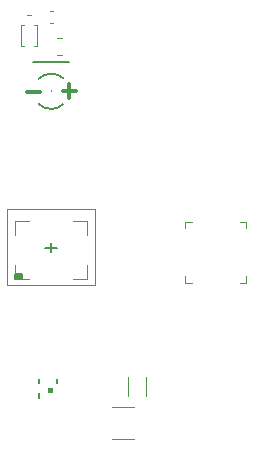
<source format=gbr>
G04 #@! TF.GenerationSoftware,KiCad,Pcbnew,(5.1.6)-1*
G04 #@! TF.CreationDate,2020-11-17T19:43:21-08:00*
G04 #@! TF.ProjectId,Miniscope-v4-Rigid-Flex,4d696e69-7363-46f7-9065-2d76342d5269,rev?*
G04 #@! TF.SameCoordinates,Original*
G04 #@! TF.FileFunction,Legend,Bot*
G04 #@! TF.FilePolarity,Positive*
%FSLAX46Y46*%
G04 Gerber Fmt 4.6, Leading zero omitted, Abs format (unit mm)*
G04 Created by KiCad (PCBNEW (5.1.6)-1) date 2020-11-17 19:43:21*
%MOMM*%
%LPD*%
G01*
G04 APERTURE LIST*
%ADD10C,0.203200*%
%ADD11C,0.300000*%
%ADD12C,0.120000*%
%ADD13C,0.150000*%
%ADD14C,0.100000*%
G04 APERTURE END LIST*
D10*
X102689340Y-98939340D02*
G75*
G02*
X104810660Y-98939340I1060660J-1060660D01*
G01*
X104810660Y-101060660D02*
G75*
G02*
X102689340Y-101060660I-1060660J1060660D01*
G01*
D11*
X102802628Y-100021542D02*
X101659771Y-100021542D01*
X105850628Y-99974742D02*
X104707771Y-99974742D01*
X105279200Y-100546171D02*
X105279200Y-99403314D01*
D12*
X107484400Y-116430800D02*
X99984400Y-116430800D01*
X99984400Y-109930800D02*
X107484400Y-109930800D01*
X99984400Y-116430800D02*
X99984400Y-109930800D01*
X107484400Y-109930800D02*
X107484400Y-116430800D01*
D10*
X102250000Y-97500000D02*
X105250000Y-97500000D01*
D13*
X103770000Y-99945000D02*
G75*
G03*
X103770000Y-99945000I-20000J0D01*
G01*
D14*
X110795200Y-126711600D02*
X108915200Y-126711600D01*
X110795200Y-129411600D02*
X108915200Y-129411600D01*
X111808600Y-125785600D02*
X111808600Y-124225600D01*
X110238600Y-125785600D02*
X110238600Y-124225600D01*
G36*
X103475800Y-125131000D02*
G01*
X103775800Y-125131000D01*
X103775800Y-125431000D01*
X103475800Y-125431000D01*
X103475800Y-125131000D01*
G37*
X103475800Y-125131000D02*
X103775800Y-125131000D01*
X103775800Y-125431000D01*
X103475800Y-125431000D01*
X103475800Y-125131000D01*
D13*
X104275800Y-124331000D02*
X104275800Y-124731000D01*
X102675800Y-124731000D02*
X102675800Y-124331000D01*
X102675800Y-125931000D02*
X102675800Y-125531000D01*
D12*
X100664400Y-114665800D02*
X100664400Y-115900800D01*
X100664400Y-115900800D02*
X101899400Y-115900800D01*
X100664400Y-112195800D02*
X100664400Y-110960800D01*
X100664400Y-110960800D02*
X101899400Y-110960800D01*
X106804400Y-112195800D02*
X106804400Y-110960800D01*
X106804400Y-110960800D02*
X105569400Y-110960800D01*
X106804400Y-114665800D02*
X106804400Y-115900800D01*
X106804400Y-115900800D02*
X105569400Y-115900800D01*
D13*
X103234400Y-113255800D02*
X104234400Y-113255800D01*
X103734400Y-112830800D02*
X103734400Y-113630800D01*
G36*
X100684400Y-115880800D02*
G01*
X101234400Y-115880800D01*
X101234400Y-115430800D01*
X100684400Y-115430800D01*
X100684400Y-115880800D01*
G37*
X100684400Y-115880800D02*
X101234400Y-115880800D01*
X101234400Y-115430800D01*
X100684400Y-115430800D01*
X100684400Y-115880800D01*
D14*
X115104800Y-115657800D02*
X115104800Y-116207800D01*
X115104800Y-116207800D02*
X115654800Y-116207800D01*
X115104800Y-111597800D02*
X115104800Y-111047800D01*
X115104800Y-111047800D02*
X115654800Y-111047800D01*
X120264800Y-111597800D02*
X120264800Y-111047800D01*
X120264800Y-111047800D02*
X119714800Y-111047800D01*
X120264800Y-115657800D02*
X120264800Y-116207800D01*
X120264800Y-116207800D02*
X119714800Y-116207800D01*
X104243200Y-96900600D02*
X104653200Y-96900600D01*
X104243200Y-95500600D02*
X104653200Y-95500600D01*
X103630200Y-94191400D02*
X103880200Y-94191400D01*
X103630200Y-93231400D02*
X103880200Y-93231400D01*
X101481000Y-94360800D02*
X101221000Y-94360800D01*
X102321000Y-96160800D02*
X102581000Y-96160800D01*
X102581000Y-96160800D02*
X102581000Y-94360800D01*
X102581000Y-94360800D02*
X102321000Y-94360800D01*
X101221000Y-94360800D02*
X101221000Y-96160800D01*
X101221000Y-96160800D02*
X101481000Y-96160800D01*
X102061000Y-93550800D02*
X101741000Y-93550800D01*
M02*

</source>
